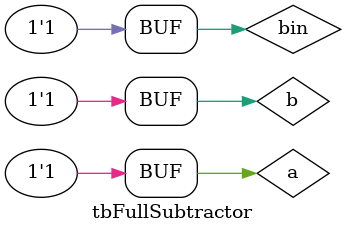
<source format=v>
module tbFullSubtractor;
reg a,b,bin;
wire diff,borrow;
FullSubtractor UUT(.a(a),.b(b),.bin(bin),.diff(diff),.borrow(borrow));
initial begin
$monitor($time,"a=%b b=%b bin=%b diff=%b borrow=%b",a,b,bin,diff,borrow);
a=0;
b=0;
bin=0;
#10
a=0;
b=0;
bin=1;
#10
a=0;
b=1;
bin=0;
#10
a=0;
b=1;
bin=1;
#10
a=1;
b=0;
bin=0;
#10
a=1;
b=0;
bin=1;
#10
a=1;
b=1;
bin=0;
#10
a=1;
b=1;
bin=1;
end
endmodule

</source>
